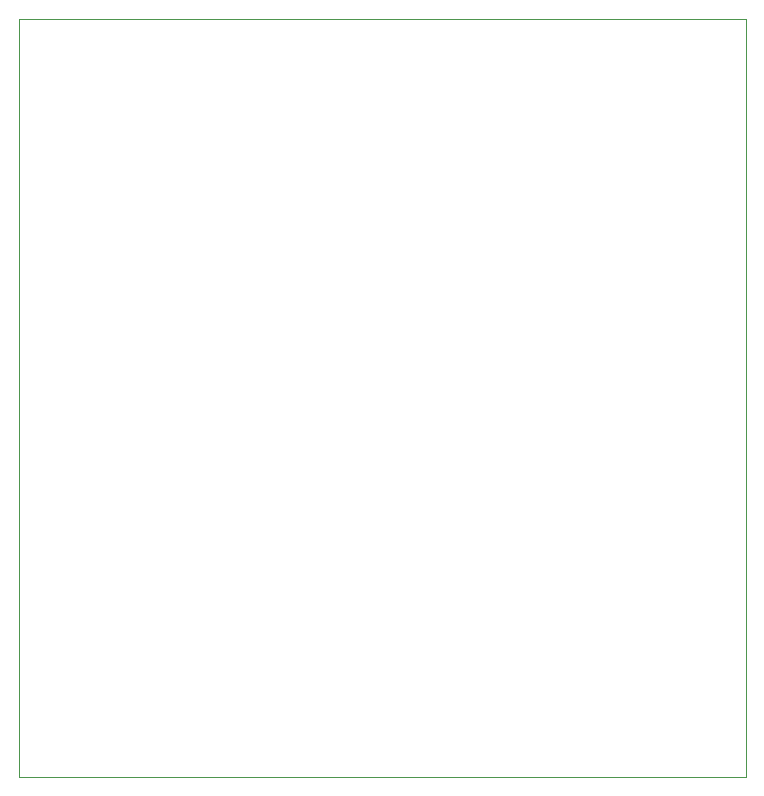
<source format=gbr>
%TF.GenerationSoftware,KiCad,Pcbnew,9.0.6*%
%TF.CreationDate,2025-12-11T14:53:55+06:00*%
%TF.ProjectId,.WAV player,2e574156-2070-46c6-9179-65722e6b6963,rev?*%
%TF.SameCoordinates,Original*%
%TF.FileFunction,Profile,NP*%
%FSLAX46Y46*%
G04 Gerber Fmt 4.6, Leading zero omitted, Abs format (unit mm)*
G04 Created by KiCad (PCBNEW 9.0.6) date 2025-12-11 14:53:55*
%MOMM*%
%LPD*%
G01*
G04 APERTURE LIST*
%TA.AperFunction,Profile*%
%ADD10C,0.050000*%
%TD*%
G04 APERTURE END LIST*
D10*
X98425000Y-52451000D02*
X160020000Y-52451000D01*
X160020000Y-116586000D01*
X98425000Y-116586000D01*
X98425000Y-52451000D01*
M02*

</source>
